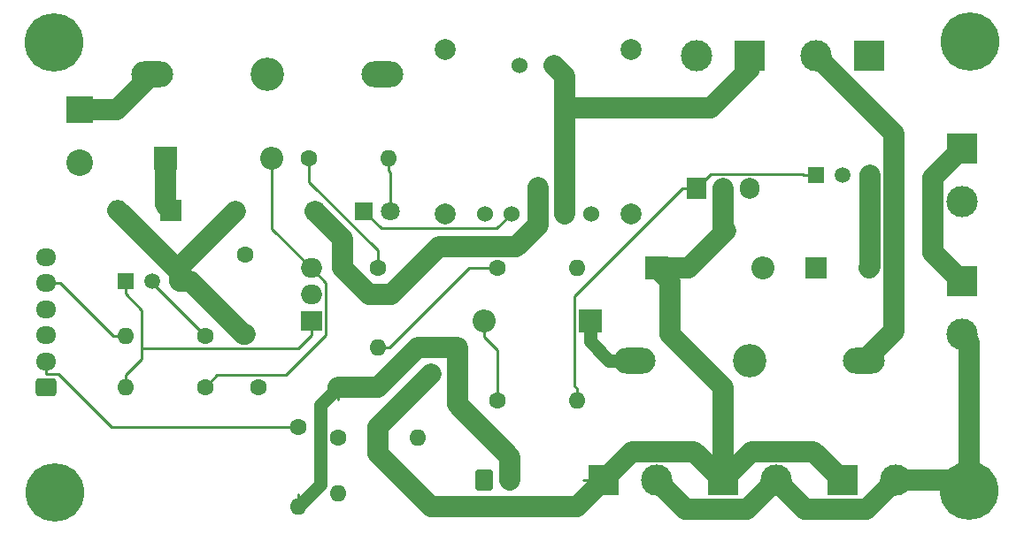
<source format=gbl>
G04 #@! TF.GenerationSoftware,KiCad,Pcbnew,(5.99.0-10988-gd8b1e827c7)*
G04 #@! TF.CreationDate,2021-06-25T10:47:14+02:00*
G04 #@! TF.ProjectId,charge_pcb,63686172-6765-45f7-9063-622e6b696361,rev?*
G04 #@! TF.SameCoordinates,Original*
G04 #@! TF.FileFunction,Copper,L2,Bot*
G04 #@! TF.FilePolarity,Positive*
%FSLAX46Y46*%
G04 Gerber Fmt 4.6, Leading zero omitted, Abs format (unit mm)*
G04 Created by KiCad (PCBNEW (5.99.0-10988-gd8b1e827c7)) date 2021-06-25 10:47:14*
%MOMM*%
%LPD*%
G01*
G04 APERTURE LIST*
G04 Aperture macros list*
%AMRoundRect*
0 Rectangle with rounded corners*
0 $1 Rounding radius*
0 $2 $3 $4 $5 $6 $7 $8 $9 X,Y pos of 4 corners*
0 Add a 4 corners polygon primitive as box body*
4,1,4,$2,$3,$4,$5,$6,$7,$8,$9,$2,$3,0*
0 Add four circle primitives for the rounded corners*
1,1,$1+$1,$2,$3*
1,1,$1+$1,$4,$5*
1,1,$1+$1,$6,$7*
1,1,$1+$1,$8,$9*
0 Add four rect primitives between the rounded corners*
20,1,$1+$1,$2,$3,$4,$5,0*
20,1,$1+$1,$4,$5,$6,$7,0*
20,1,$1+$1,$6,$7,$8,$9,0*
20,1,$1+$1,$8,$9,$2,$3,0*%
G04 Aperture macros list end*
G04 #@! TA.AperFunction,ConnectorPad*
%ADD10C,5.600000*%
G04 #@! TD*
G04 #@! TA.AperFunction,ComponentPad*
%ADD11C,3.600000*%
G04 #@! TD*
G04 #@! TA.AperFunction,ComponentPad*
%ADD12O,1.600000X1.600000*%
G04 #@! TD*
G04 #@! TA.AperFunction,ComponentPad*
%ADD13C,1.600000*%
G04 #@! TD*
G04 #@! TA.AperFunction,ComponentPad*
%ADD14C,3.000000*%
G04 #@! TD*
G04 #@! TA.AperFunction,ComponentPad*
%ADD15R,3.000000X3.000000*%
G04 #@! TD*
G04 #@! TA.AperFunction,ComponentPad*
%ADD16O,2.000000X1.905000*%
G04 #@! TD*
G04 #@! TA.AperFunction,ComponentPad*
%ADD17R,2.000000X1.905000*%
G04 #@! TD*
G04 #@! TA.AperFunction,ComponentPad*
%ADD18O,1.905000X2.000000*%
G04 #@! TD*
G04 #@! TA.AperFunction,ComponentPad*
%ADD19R,1.905000X2.000000*%
G04 #@! TD*
G04 #@! TA.AperFunction,ComponentPad*
%ADD20O,2.200000X2.200000*%
G04 #@! TD*
G04 #@! TA.AperFunction,ComponentPad*
%ADD21R,2.200000X2.200000*%
G04 #@! TD*
G04 #@! TA.AperFunction,ComponentPad*
%ADD22O,1.700000X2.000000*%
G04 #@! TD*
G04 #@! TA.AperFunction,ComponentPad*
%ADD23RoundRect,0.250000X-0.600000X-0.750000X0.600000X-0.750000X0.600000X0.750000X-0.600000X0.750000X0*%
G04 #@! TD*
G04 #@! TA.AperFunction,ComponentPad*
%ADD24O,1.950000X1.700000*%
G04 #@! TD*
G04 #@! TA.AperFunction,ComponentPad*
%ADD25RoundRect,0.250000X0.725000X-0.600000X0.725000X0.600000X-0.725000X0.600000X-0.725000X-0.600000X0*%
G04 #@! TD*
G04 #@! TA.AperFunction,ComponentPad*
%ADD26C,1.800000*%
G04 #@! TD*
G04 #@! TA.AperFunction,ComponentPad*
%ADD27R,1.800000X1.800000*%
G04 #@! TD*
G04 #@! TA.AperFunction,ComponentPad*
%ADD28C,1.524000*%
G04 #@! TD*
G04 #@! TA.AperFunction,ComponentPad*
%ADD29C,2.000000*%
G04 #@! TD*
G04 #@! TA.AperFunction,ComponentPad*
%ADD30R,1.500000X1.500000*%
G04 #@! TD*
G04 #@! TA.AperFunction,ComponentPad*
%ADD31C,1.500000*%
G04 #@! TD*
G04 #@! TA.AperFunction,ComponentPad*
%ADD32C,3.200000*%
G04 #@! TD*
G04 #@! TA.AperFunction,ComponentPad*
%ADD33O,4.000500X2.499360*%
G04 #@! TD*
G04 #@! TA.AperFunction,ComponentPad*
%ADD34O,2.000000X2.000000*%
G04 #@! TD*
G04 #@! TA.AperFunction,ComponentPad*
%ADD35R,2.000000X2.000000*%
G04 #@! TD*
G04 #@! TA.AperFunction,ComponentPad*
%ADD36R,1.600000X1.600000*%
G04 #@! TD*
G04 #@! TA.AperFunction,ComponentPad*
%ADD37C,1.501140*%
G04 #@! TD*
G04 #@! TA.AperFunction,ComponentPad*
%ADD38C,2.540000*%
G04 #@! TD*
G04 #@! TA.AperFunction,ComponentPad*
%ADD39R,2.540000X2.540000*%
G04 #@! TD*
G04 #@! TA.AperFunction,ViaPad*
%ADD40C,0.800000*%
G04 #@! TD*
G04 #@! TA.AperFunction,Conductor*
%ADD41C,2.000000*%
G04 #@! TD*
G04 #@! TA.AperFunction,Conductor*
%ADD42C,0.254000*%
G04 #@! TD*
G04 #@! TA.AperFunction,Conductor*
%ADD43C,1.250000*%
G04 #@! TD*
G04 APERTURE END LIST*
D10*
X160830000Y-107840000D03*
D11*
X160830000Y-107840000D03*
D10*
X73250000Y-150970000D03*
D11*
X73250000Y-150970000D03*
D10*
X160750000Y-150820000D03*
D11*
X160750000Y-150820000D03*
D10*
X73160000Y-107940000D03*
D11*
X73160000Y-107940000D03*
D12*
X91440000Y-135890000D03*
D13*
X91440000Y-128270000D03*
D14*
X146050000Y-109220000D03*
D15*
X151130000Y-109220000D03*
D14*
X134620000Y-109220000D03*
D15*
X139700000Y-109220000D03*
D14*
X160020000Y-123190000D03*
D15*
X160020000Y-118110000D03*
D14*
X160020000Y-135890000D03*
D15*
X160020000Y-130810000D03*
D14*
X130810000Y-149860000D03*
D15*
X125730000Y-149860000D03*
D14*
X142240000Y-149860000D03*
D15*
X137160000Y-149860000D03*
D14*
X153670000Y-149860000D03*
D15*
X148590000Y-149860000D03*
D16*
X97790000Y-129540000D03*
X97790000Y-132080000D03*
D17*
X97790000Y-134620000D03*
D18*
X139700000Y-121920000D03*
X137160000Y-121920000D03*
D19*
X134620000Y-121920000D03*
D20*
X140970000Y-129540000D03*
D21*
X130810000Y-129540000D03*
D12*
X96520000Y-152400000D03*
D13*
X96520000Y-144780000D03*
D22*
X116800000Y-149860000D03*
D23*
X114300000Y-149860000D03*
D24*
X72390000Y-128470000D03*
X72390000Y-130970000D03*
X72390000Y-133470000D03*
X72390000Y-135970000D03*
X72390000Y-138470000D03*
D25*
X72390000Y-140970000D03*
D26*
X105370000Y-124050000D03*
D27*
X102830000Y-124050000D03*
D12*
X105220000Y-119010000D03*
D13*
X97600000Y-119010000D03*
D28*
X122010000Y-121790000D03*
X119470000Y-121790000D03*
X119470000Y-124330000D03*
X122010000Y-124330000D03*
D29*
X128360000Y-108582000D03*
X110580000Y-108582000D03*
X128360000Y-124330000D03*
X110580000Y-124330000D03*
D28*
X120994000Y-110106000D03*
X117692000Y-110106000D03*
X124550000Y-124330000D03*
X114390000Y-124330000D03*
X116930000Y-124330000D03*
D12*
X100330000Y-140970000D03*
D13*
X92710000Y-140970000D03*
D12*
X100330000Y-151100000D03*
D13*
X107950000Y-151100000D03*
D12*
X123190000Y-142240000D03*
D13*
X115570000Y-142240000D03*
D12*
X107950000Y-145790000D03*
D13*
X100330000Y-145790000D03*
D12*
X80010000Y-140970000D03*
D13*
X87630000Y-140970000D03*
D12*
X80010000Y-136000000D03*
D13*
X87630000Y-136000000D03*
D12*
X123190000Y-129540000D03*
D13*
X115570000Y-129540000D03*
D12*
X104140000Y-137160000D03*
D13*
X104140000Y-129540000D03*
D30*
X146050000Y-120650000D03*
D31*
X151250000Y-120650000D03*
X148650000Y-120650000D03*
D30*
X80010000Y-130810000D03*
D31*
X85210000Y-130810000D03*
X82610000Y-130810000D03*
D32*
X139700000Y-138430000D03*
D33*
X150700740Y-138430000D03*
X128699260Y-138430000D03*
D32*
X93620000Y-110950000D03*
D33*
X82619260Y-110950000D03*
X104620740Y-110950000D03*
D20*
X114300000Y-134620000D03*
D21*
X124460000Y-134620000D03*
D34*
X151130000Y-129540000D03*
D35*
X146050000Y-129540000D03*
D12*
X90570000Y-124090000D03*
D36*
X98190000Y-124090000D03*
D20*
X94040000Y-119010000D03*
D21*
X83880000Y-119010000D03*
D34*
X79330000Y-123970000D03*
D35*
X84410000Y-123970000D03*
D37*
X111760000Y-139700000D03*
X109220000Y-139700000D03*
D38*
X75640000Y-119430000D03*
D39*
X75640000Y-114350000D03*
D40*
X100790000Y-129540000D03*
D41*
X137160000Y-125622040D02*
X137160000Y-121920000D01*
X137493980Y-125956020D02*
X137160000Y-125622040D01*
D42*
X137160000Y-122422040D02*
X137493980Y-122756020D01*
D41*
X133910000Y-129540000D02*
X137493980Y-125956020D01*
X100790000Y-129540000D02*
X100790000Y-126690000D01*
X100790000Y-126690000D02*
X98190000Y-124090000D01*
D42*
X94040000Y-125790000D02*
X97790000Y-129540000D01*
X94040000Y-119010000D02*
X94040000Y-125790000D01*
X99170511Y-130920511D02*
X97790000Y-129540000D01*
X99170511Y-135953011D02*
X99170511Y-130920511D01*
X95334822Y-139788700D02*
X99170511Y-135953011D01*
X88811300Y-139788700D02*
X95334822Y-139788700D01*
X102830000Y-124050000D02*
X104497200Y-125717200D01*
X104497200Y-125717200D02*
X115542800Y-125717200D01*
X115542800Y-125717200D02*
X116930000Y-124330000D01*
X160020000Y-149860000D02*
X160020000Y-135890000D01*
X160750000Y-150820000D02*
X160020000Y-150090000D01*
X160020000Y-150090000D02*
X160020000Y-149860000D01*
X160020000Y-149860000D02*
X153670000Y-149860000D01*
X96520000Y-152400000D02*
X96520000Y-151218700D01*
X100330000Y-140970000D02*
X100330000Y-142151300D01*
D41*
X100330000Y-140970000D02*
X104140000Y-140970000D01*
X104140000Y-140970000D02*
X107950000Y-137160000D01*
X107950000Y-137160000D02*
X111760000Y-137160000D01*
X111760000Y-138430000D02*
X111760000Y-139700000D01*
X111760000Y-137160000D02*
X111760000Y-138430000D01*
X111760000Y-139700000D02*
X111760000Y-142570000D01*
X116800000Y-147610000D02*
X111760000Y-142570000D01*
X116800000Y-147610000D02*
X116800000Y-149860000D01*
X85210000Y-129450000D02*
X90570000Y-124090000D01*
X85210000Y-130810000D02*
X85210000Y-129450000D01*
X85210000Y-129850000D02*
X79330000Y-123970000D01*
X85210000Y-130810000D02*
X85210000Y-129850000D01*
X91294550Y-135833890D02*
X91440000Y-135833890D01*
X86270660Y-130810000D02*
X91294550Y-135833890D01*
X85210000Y-130810000D02*
X86270660Y-130810000D01*
X144994001Y-152614001D02*
X142240000Y-149860000D01*
X150915999Y-152614001D02*
X144994001Y-152614001D01*
X153670000Y-149860000D02*
X150915999Y-152614001D01*
X133564001Y-152614001D02*
X130810000Y-149860000D01*
X139485999Y-152614001D02*
X133564001Y-152614001D01*
X142240000Y-149860000D02*
X139485999Y-152614001D01*
X159790000Y-149860000D02*
X160750000Y-150820000D01*
X153670000Y-149860000D02*
X159790000Y-149860000D01*
X160750000Y-136620000D02*
X160020000Y-135890000D01*
X160750000Y-150820000D02*
X160750000Y-136620000D01*
X151250000Y-129420000D02*
X151130000Y-129540000D01*
X151250000Y-120650000D02*
X151250000Y-129420000D01*
D43*
X98650999Y-150269001D02*
X96520000Y-152400000D01*
X98650999Y-142649001D02*
X98650999Y-150269001D01*
X100330000Y-140970000D02*
X98650999Y-142649001D01*
D41*
X79219260Y-114350000D02*
X82619260Y-110950000D01*
X75640000Y-114350000D02*
X79219260Y-114350000D01*
D42*
X125730000Y-149860000D02*
X123848700Y-149860000D01*
D41*
X109220000Y-139700000D02*
X104140000Y-144780000D01*
X104140000Y-147290000D02*
X107950000Y-151100000D01*
X104140000Y-144780000D02*
X104140000Y-147290000D01*
X123190000Y-152400000D02*
X125730000Y-149860000D01*
X109250000Y-152400000D02*
X123190000Y-152400000D01*
X107950000Y-151100000D02*
X109250000Y-152400000D01*
X134405999Y-147105999D02*
X137160000Y-149860000D01*
X128484001Y-147105999D02*
X134405999Y-147105999D01*
X125730000Y-149860000D02*
X128484001Y-147105999D01*
X139914001Y-147105999D02*
X145835999Y-147105999D01*
X145835999Y-147105999D02*
X148590000Y-149860000D01*
X137160000Y-149860000D02*
X139914001Y-147105999D01*
X137160000Y-140970000D02*
X132080000Y-135890000D01*
X137160000Y-149860000D02*
X137160000Y-140970000D01*
X132080000Y-130810000D02*
X130810000Y-129540000D01*
X132080000Y-135890000D02*
X132080000Y-130810000D01*
X130810000Y-129540000D02*
X133910000Y-129540000D01*
D42*
X104140000Y-129540000D02*
X104140000Y-127808600D01*
X104140000Y-127808600D02*
X97600000Y-121268600D01*
X97600000Y-121268600D02*
X97600000Y-119010000D01*
D41*
X83880000Y-123440000D02*
X84410000Y-123970000D01*
X83880000Y-119010000D02*
X83880000Y-123440000D01*
D42*
X88811300Y-139788700D02*
X87630000Y-140970000D01*
D41*
X117391631Y-127485999D02*
X110004001Y-127485999D01*
X119470000Y-125407630D02*
X117391631Y-127485999D01*
X119470000Y-124330000D02*
X119470000Y-125407630D01*
X110004001Y-127485999D02*
X105410000Y-132080000D01*
X103330000Y-132080000D02*
X100790000Y-129540000D01*
X105410000Y-132080000D02*
X103330000Y-132080000D01*
X119470000Y-124330000D02*
X119470000Y-121790000D01*
D42*
X128699300Y-138430000D02*
X126317700Y-138430000D01*
D43*
X124460000Y-136572300D02*
X126317700Y-138430000D01*
X124460000Y-134620000D02*
X124460000Y-136572300D01*
X126317700Y-138430000D02*
X128699260Y-138430000D01*
D42*
X114300000Y-134620000D02*
X114300000Y-136101300D01*
X114300000Y-136101300D02*
X115570000Y-137371300D01*
X115570000Y-137371300D02*
X115570000Y-142240000D01*
D41*
X153504010Y-135626730D02*
X150700740Y-138430000D01*
X153504010Y-116674010D02*
X153504010Y-135626730D01*
X146050000Y-109220000D02*
X153504010Y-116674010D01*
D42*
X80010000Y-136000000D02*
X78828700Y-136000000D01*
X72390000Y-130970000D02*
X73798700Y-130970000D01*
X73798700Y-130970000D02*
X78828700Y-136000000D01*
X104140000Y-137160000D02*
X105321300Y-137160000D01*
X105321300Y-137160000D02*
X112941300Y-129540000D01*
X112941300Y-129540000D02*
X115570000Y-129540000D01*
X72390000Y-138470000D02*
X72390000Y-139701300D01*
X72390000Y-139701300D02*
X73621300Y-139701300D01*
X73621300Y-139701300D02*
X78700000Y-144780000D01*
X78700000Y-144780000D02*
X96520000Y-144780000D01*
D43*
X120994000Y-110106000D02*
X121920000Y-111032000D01*
X121920000Y-121700000D02*
X122010000Y-121790000D01*
X139370650Y-109549350D02*
X139700000Y-109220000D01*
D41*
X122010000Y-124330000D02*
X122010000Y-121790000D01*
X122010000Y-111122000D02*
X120994000Y-110106000D01*
X139700000Y-109220000D02*
X139700000Y-110490000D01*
X135980000Y-114210000D02*
X122010000Y-114210000D01*
X139700000Y-110490000D02*
X135980000Y-114210000D01*
X122010000Y-114210000D02*
X122010000Y-111122000D01*
X122010000Y-121790000D02*
X122010000Y-114210000D01*
D42*
X81602900Y-137214900D02*
X81602900Y-138195800D01*
X81602900Y-138195800D02*
X80010000Y-139788700D01*
X80010000Y-131941300D02*
X81602900Y-133534200D01*
X81602900Y-133534200D02*
X81602900Y-137214900D01*
X97790000Y-135953800D02*
X96528900Y-137214900D01*
X96528900Y-137214900D02*
X81602900Y-137214900D01*
X80010000Y-130810000D02*
X80010000Y-131941300D01*
X97790000Y-134620000D02*
X97790000Y-135953800D01*
X80010000Y-140970000D02*
X80010000Y-139788700D01*
X82610000Y-130810000D02*
X82610000Y-130980000D01*
X82610000Y-130980000D02*
X87630000Y-136000000D01*
X105220000Y-119010000D02*
X105220000Y-120191300D01*
X105370000Y-124050000D02*
X105370000Y-120341300D01*
X105370000Y-120341300D02*
X105220000Y-120191300D01*
X123190000Y-142240000D02*
X123190000Y-141058700D01*
X134620000Y-121920000D02*
X133286200Y-121920000D01*
X133286200Y-121920000D02*
X122975900Y-132230300D01*
X122975900Y-132230300D02*
X122975900Y-140844600D01*
X122975900Y-140844600D02*
X123190000Y-141058700D01*
X144918700Y-120650000D02*
X144802400Y-120533700D01*
X144802400Y-120533700D02*
X136006300Y-120533700D01*
X136006300Y-120533700D02*
X134620000Y-121920000D01*
X146050000Y-120650000D02*
X144918700Y-120650000D01*
D41*
X157265999Y-120864001D02*
X160020000Y-118110000D01*
X157265999Y-128055999D02*
X157265999Y-120864001D01*
X160020000Y-130810000D02*
X157265999Y-128055999D01*
M02*

</source>
